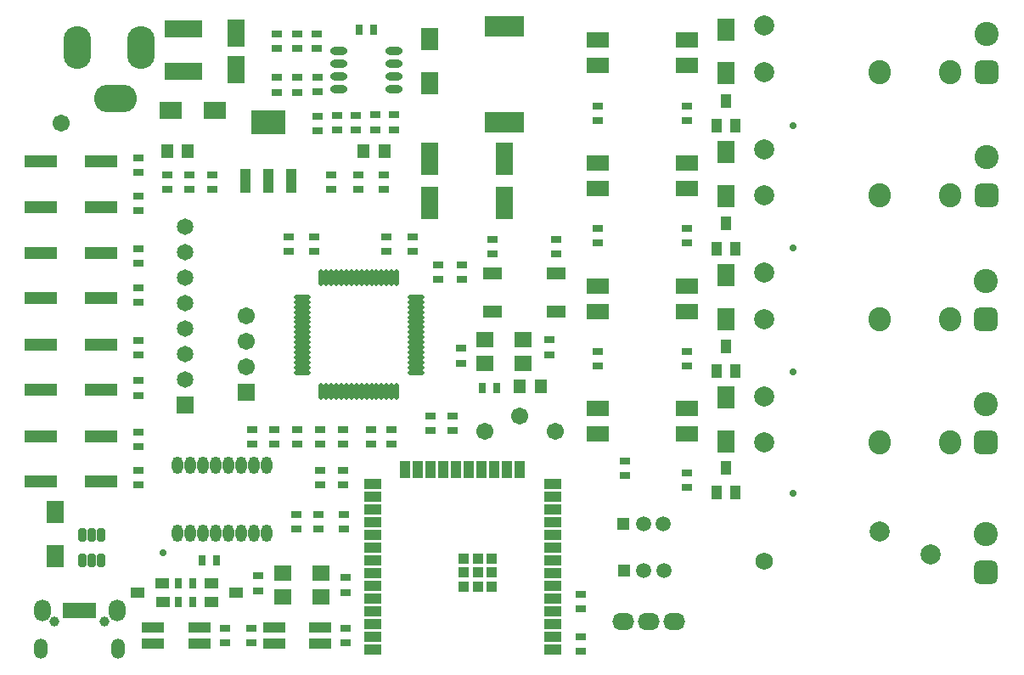
<source format=gbr>
%TF.GenerationSoftware,Altium Limited,Altium Designer,24.9.1 (31)*%
G04 Layer_Color=8388736*
%FSLAX45Y45*%
%MOMM*%
%TF.SameCoordinates,27D3D336-BC1F-43B1-B9D8-2BE266924E3D*%
%TF.FilePolarity,Negative*%
%TF.FileFunction,Soldermask,Top*%
%TF.Part,Single*%
G01*
G75*
%TA.AperFunction,SMDPad,CuDef*%
%ADD20R,2.20000X1.60000*%
%TA.AperFunction,ComponentPad*%
%ADD53R,1.30000X1.30000*%
%ADD57C,1.65100*%
%ADD58R,1.65100X1.65100*%
%TA.AperFunction,SMDPad,CuDef*%
%ADD76R,1.05320X1.40320*%
%ADD77R,1.10320X0.75320*%
%ADD78R,4.00320X2.10320*%
%ADD79O,1.70320X0.80320*%
%ADD80C,1.70320*%
G04:AMPARAMS|DCode=81|XSize=1.6932mm|YSize=0.4832mm|CornerRadius=0.1716mm|HoleSize=0mm|Usage=FLASHONLY|Rotation=180.000|XOffset=0mm|YOffset=0mm|HoleType=Round|Shape=RoundedRectangle|*
%AMROUNDEDRECTD81*
21,1,1.69320,0.14000,0,0,180.0*
21,1,1.35000,0.48320,0,0,180.0*
1,1,0.34320,-0.67500,0.07000*
1,1,0.34320,0.67500,0.07000*
1,1,0.34320,0.67500,-0.07000*
1,1,0.34320,-0.67500,-0.07000*
%
%ADD81ROUNDEDRECTD81*%
G04:AMPARAMS|DCode=82|XSize=1.6932mm|YSize=0.4832mm|CornerRadius=0.1716mm|HoleSize=0mm|Usage=FLASHONLY|Rotation=270.000|XOffset=0mm|YOffset=0mm|HoleType=Round|Shape=RoundedRectangle|*
%AMROUNDEDRECTD82*
21,1,1.69320,0.14000,0,0,270.0*
21,1,1.35000,0.48320,0,0,270.0*
1,1,0.34320,-0.07000,-0.67500*
1,1,0.34320,-0.07000,0.67500*
1,1,0.34320,0.07000,0.67500*
1,1,0.34320,0.07000,-0.67500*
%
%ADD82ROUNDEDRECTD82*%
%ADD83O,1.10320X1.75320*%
%TA.AperFunction,ConnectorPad*%
%ADD84R,1.70320X1.10320*%
%TA.AperFunction,SMDPad,CuDef*%
G04:AMPARAMS|DCode=85|XSize=1.4132mm|YSize=0.7932mm|CornerRadius=0.17535mm|HoleSize=0mm|Usage=FLASHONLY|Rotation=270.000|XOffset=0mm|YOffset=0mm|HoleType=Round|Shape=RoundedRectangle|*
%AMROUNDEDRECTD85*
21,1,1.41320,0.44250,0,0,270.0*
21,1,1.06250,0.79320,0,0,270.0*
1,1,0.35070,-0.22125,-0.53125*
1,1,0.35070,-0.22125,0.53125*
1,1,0.35070,0.22125,0.53125*
1,1,0.35070,0.22125,-0.53125*
%
%ADD85ROUNDEDRECTD85*%
%ADD86R,1.80320X1.60320*%
%ADD87R,1.10320X2.35320*%
%ADD88R,3.45320X2.35320*%
%ADD89R,3.20320X1.20320*%
%ADD90R,1.90320X1.20320*%
%ADD91R,0.75320X1.10320*%
%TA.AperFunction,BGAPad,CuDef*%
%ADD92R,1.10320X1.10320*%
%TA.AperFunction,ConnectorPad*%
%ADD93R,1.10320X1.70320*%
%TA.AperFunction,SMDPad,CuDef*%
%ADD94R,1.40320X1.05320*%
%ADD95R,2.20320X1.10320*%
%ADD96R,1.80320X3.20320*%
%ADD97R,0.65320X1.50320*%
%ADD98R,1.30320X1.40320*%
%ADD99R,1.75320X2.30320*%
%ADD100R,2.30320X1.75320*%
%ADD101R,3.75920X1.72720*%
%ADD102R,1.80320X2.80320*%
%TA.AperFunction,ComponentPad*%
%ADD103O,4.26720X2.74320*%
%ADD104O,2.74320X4.26720*%
%ADD105C,2.00320*%
%ADD106O,2.20320X2.40320*%
%ADD107O,1.65320X2.20320*%
%ADD108O,1.35320X2.00320*%
%ADD109C,1.00320*%
%ADD110C,1.50320*%
%ADD111C,1.70320*%
%ADD112R,1.70320X1.70320*%
%ADD113O,2.20320X1.70320*%
%ADD114C,2.40320*%
G04:AMPARAMS|DCode=115|XSize=2.4032mm|YSize=2.4032mm|CornerRadius=0.6516mm|HoleSize=0mm|Usage=FLASHONLY|Rotation=90.000|XOffset=0mm|YOffset=0mm|HoleType=Round|Shape=RoundedRectangle|*
%AMROUNDEDRECTD115*
21,1,2.40320,1.10000,0,0,90.0*
21,1,1.10000,2.40320,0,0,90.0*
1,1,1.30320,0.55000,0.55000*
1,1,1.30320,0.55000,-0.55000*
1,1,1.30320,-0.55000,-0.55000*
1,1,1.30320,-0.55000,0.55000*
%
%ADD115ROUNDEDRECTD115*%
%TA.AperFunction,ViaPad*%
%ADD116C,1.72720*%
%ADD117C,0.71120*%
D20*
X5798268Y5007315D02*
D03*
X6684727Y6231923D02*
D03*
Y5977923D02*
D03*
X5798267D02*
D03*
Y6231923D02*
D03*
Y2558101D02*
D03*
Y2304101D02*
D03*
X6684727D02*
D03*
Y2558101D02*
D03*
X5798268Y3782708D02*
D03*
Y3528708D02*
D03*
X6684728D02*
D03*
Y3782708D02*
D03*
Y5007315D02*
D03*
Y4753315D02*
D03*
X5798268D02*
D03*
D53*
X6054139Y946343D02*
D03*
X6050940Y1412240D02*
D03*
D57*
X1678940Y4373880D02*
D03*
Y4119880D02*
D03*
Y3865880D02*
D03*
Y3611880D02*
D03*
Y3357880D02*
D03*
Y3103880D02*
D03*
Y2849880D02*
D03*
D58*
Y2595880D02*
D03*
D76*
X6981439Y1719039D02*
D03*
X7170420Y1719580D02*
D03*
X7076440Y1969041D02*
D03*
Y3178081D02*
D03*
X7170420Y2928620D02*
D03*
X6981439Y2928079D02*
D03*
X7076440Y5626641D02*
D03*
X7170420Y5377180D02*
D03*
X6981439Y5376639D02*
D03*
X7170420Y4155440D02*
D03*
X6981439Y4154899D02*
D03*
X7076440Y4404901D02*
D03*
D77*
X3946441Y4272195D02*
D03*
Y4127195D02*
D03*
X6062980Y2038460D02*
D03*
Y1893460D02*
D03*
X3002280Y5330080D02*
D03*
Y5475080D02*
D03*
X5798267Y5574410D02*
D03*
Y5429410D02*
D03*
X6684727Y5428870D02*
D03*
Y5573870D02*
D03*
X1498600Y4890100D02*
D03*
Y4745100D02*
D03*
X2796168Y5858080D02*
D03*
Y5713080D02*
D03*
X3759920Y5485240D02*
D03*
Y5340240D02*
D03*
X3573780D02*
D03*
Y5485240D02*
D03*
X3027433Y2347902D02*
D03*
Y2202902D02*
D03*
X3256589Y2346896D02*
D03*
Y2201896D02*
D03*
X5378719Y4101880D02*
D03*
Y4246880D02*
D03*
X1210276Y1795708D02*
D03*
Y1940708D02*
D03*
X3278024Y219600D02*
D03*
Y364600D02*
D03*
X5798267Y3125850D02*
D03*
Y2980850D02*
D03*
X6684727Y2980310D02*
D03*
Y3125310D02*
D03*
X3665220Y4745100D02*
D03*
Y4890100D02*
D03*
X1210276Y4533346D02*
D03*
Y4678346D02*
D03*
X3256590Y1795707D02*
D03*
Y1940707D02*
D03*
X3027949Y1795707D02*
D03*
Y1940707D02*
D03*
X3383280Y5332620D02*
D03*
Y5477620D02*
D03*
X1726207Y4890100D02*
D03*
Y4745100D02*
D03*
X3689376Y4127195D02*
D03*
Y4272195D02*
D03*
X1210276Y3765800D02*
D03*
Y3620800D02*
D03*
X1210276Y2834940D02*
D03*
Y2689940D02*
D03*
X2337927Y225220D02*
D03*
Y370220D02*
D03*
X2797890Y2201896D02*
D03*
Y2346896D02*
D03*
X2997588Y5713620D02*
D03*
Y5858620D02*
D03*
X6684727Y1771540D02*
D03*
Y1916540D02*
D03*
Y4207130D02*
D03*
Y4352130D02*
D03*
X5798267Y4352670D02*
D03*
Y4207670D02*
D03*
X4347947Y2484596D02*
D03*
Y2339596D02*
D03*
X1210276Y2323707D02*
D03*
Y2178707D02*
D03*
Y3091253D02*
D03*
Y3236253D02*
D03*
X1210276Y4916345D02*
D03*
Y5061345D02*
D03*
Y4003800D02*
D03*
Y4148800D02*
D03*
X4125075Y2339596D02*
D03*
Y2484596D02*
D03*
X3736340Y2203340D02*
D03*
Y2348340D02*
D03*
X3533140D02*
D03*
Y2203340D02*
D03*
X4201107Y3987949D02*
D03*
Y3842949D02*
D03*
X4748719Y4247431D02*
D03*
Y4102431D02*
D03*
X4438545Y3987949D02*
D03*
Y3842949D02*
D03*
X4432535Y3156740D02*
D03*
Y3011740D02*
D03*
X3136900Y4890100D02*
D03*
Y4745100D02*
D03*
X3406140Y4890640D02*
D03*
Y4745640D02*
D03*
X2969236Y4127195D02*
D03*
Y4272195D02*
D03*
X2712170D02*
D03*
Y4127195D02*
D03*
X1949727Y4890100D02*
D03*
Y4745100D02*
D03*
X2405383Y888347D02*
D03*
Y743348D02*
D03*
X3278024Y725838D02*
D03*
Y870837D02*
D03*
X2075180Y369680D02*
D03*
Y224680D02*
D03*
X5622472Y281034D02*
D03*
Y136034D02*
D03*
Y562500D02*
D03*
Y707500D02*
D03*
X2352040Y2347436D02*
D03*
Y2202436D02*
D03*
X2570480Y2347436D02*
D03*
Y2202436D02*
D03*
X3008729Y1356940D02*
D03*
Y1501940D02*
D03*
X2787729Y1356940D02*
D03*
Y1501940D02*
D03*
X3260380Y1502480D02*
D03*
Y1357480D02*
D03*
X5308481Y3241740D02*
D03*
Y3096740D02*
D03*
X2596168Y5713080D02*
D03*
Y5858080D02*
D03*
X2996168Y6147440D02*
D03*
Y6292440D02*
D03*
X2796168Y6147440D02*
D03*
Y6292440D02*
D03*
X2596168Y6147440D02*
D03*
Y6292440D02*
D03*
X3197860Y5477620D02*
D03*
Y5332620D02*
D03*
D78*
X4864100Y5410320D02*
D03*
Y6370320D02*
D03*
D79*
X3759920Y5995200D02*
D03*
Y5868200D02*
D03*
Y5741200D02*
D03*
X3209920Y6122200D02*
D03*
Y5995200D02*
D03*
Y5868200D02*
D03*
Y5741200D02*
D03*
X3759920Y6122200D02*
D03*
D80*
X441960Y5407660D02*
D03*
X5372279Y2333166D02*
D03*
X4666111D02*
D03*
X5016500Y2486660D02*
D03*
D81*
X2846760Y3219380D02*
D03*
Y3269380D02*
D03*
Y3319380D02*
D03*
Y3369380D02*
D03*
Y3419380D02*
D03*
Y3469380D02*
D03*
Y3519380D02*
D03*
Y3569380D02*
D03*
Y3619380D02*
D03*
Y3669380D02*
D03*
X3980760D02*
D03*
Y3619380D02*
D03*
Y3569380D02*
D03*
Y3519380D02*
D03*
Y3469380D02*
D03*
Y3419380D02*
D03*
Y3369380D02*
D03*
Y3319380D02*
D03*
Y3269380D02*
D03*
Y3219380D02*
D03*
Y3169380D02*
D03*
Y3119380D02*
D03*
Y3069380D02*
D03*
Y3019380D02*
D03*
Y2969380D02*
D03*
Y2919380D02*
D03*
X2846760D02*
D03*
Y2969380D02*
D03*
Y3019380D02*
D03*
Y3069380D02*
D03*
Y3119380D02*
D03*
Y3169380D02*
D03*
D82*
X3038760Y3861380D02*
D03*
X3088760D02*
D03*
X3138760D02*
D03*
X3188760D02*
D03*
X3238760D02*
D03*
X3288760D02*
D03*
X3338760D02*
D03*
X3388760D02*
D03*
X3438760D02*
D03*
X3488760D02*
D03*
X3538760D02*
D03*
X3588760D02*
D03*
X3638760D02*
D03*
X3688760D02*
D03*
X3738760D02*
D03*
X3788760D02*
D03*
Y2727380D02*
D03*
X3738760D02*
D03*
X3688760D02*
D03*
X3638760D02*
D03*
X3588760D02*
D03*
X3538760D02*
D03*
X3488760D02*
D03*
X3438760D02*
D03*
X3388760D02*
D03*
X3338760D02*
D03*
X3288760D02*
D03*
X3238760D02*
D03*
X3188760D02*
D03*
X3138760D02*
D03*
X3088760D02*
D03*
X3038760D02*
D03*
D83*
X1606219Y1311252D02*
D03*
X1733219D02*
D03*
X1860219D02*
D03*
X1987219D02*
D03*
X2114219D02*
D03*
X2241219D02*
D03*
X2368219D02*
D03*
X2495219D02*
D03*
X1606219Y1996252D02*
D03*
X1733219D02*
D03*
X1860219D02*
D03*
X1987219D02*
D03*
X2114219D02*
D03*
X2241219D02*
D03*
X2368219D02*
D03*
X2495219D02*
D03*
D84*
X3547400Y914560D02*
D03*
Y787560D02*
D03*
Y660560D02*
D03*
Y533560D02*
D03*
Y406560D02*
D03*
Y279560D02*
D03*
Y152560D02*
D03*
X5347400Y1803560D02*
D03*
Y1676560D02*
D03*
Y1549560D02*
D03*
Y1422560D02*
D03*
Y1295560D02*
D03*
Y1168560D02*
D03*
Y1041560D02*
D03*
Y914560D02*
D03*
Y787560D02*
D03*
Y660560D02*
D03*
Y533560D02*
D03*
Y406560D02*
D03*
Y279560D02*
D03*
Y152560D02*
D03*
X3547400Y1803560D02*
D03*
Y1676560D02*
D03*
Y1549560D02*
D03*
Y1422560D02*
D03*
Y1295560D02*
D03*
Y1168560D02*
D03*
Y1041560D02*
D03*
D85*
X841760Y1296729D02*
D03*
X746760D02*
D03*
X651760D02*
D03*
Y1045729D02*
D03*
X746760D02*
D03*
X841760D02*
D03*
D86*
X4666480Y3011740D02*
D03*
X5046480D02*
D03*
Y3241740D02*
D03*
X4666480D02*
D03*
X3032262Y683067D02*
D03*
X2652262D02*
D03*
Y913068D02*
D03*
X3032262D02*
D03*
D87*
X2280520Y4825100D02*
D03*
X2509520D02*
D03*
X2738520D02*
D03*
D88*
X2509520Y5411100D02*
D03*
D89*
X238200Y4569325D02*
D03*
Y5019325D02*
D03*
X838200Y4569325D02*
D03*
Y5019325D02*
D03*
X837739Y2281687D02*
D03*
Y1831687D02*
D03*
X237739Y2281687D02*
D03*
Y1831687D02*
D03*
X838200Y4106779D02*
D03*
Y3656779D02*
D03*
X238200Y4106779D02*
D03*
Y3656779D02*
D03*
Y2744233D02*
D03*
Y3194233D02*
D03*
X838200Y2744233D02*
D03*
Y3194233D02*
D03*
D90*
X4748719Y3908060D02*
D03*
X5378719D02*
D03*
Y3528060D02*
D03*
X4748719D02*
D03*
D91*
X4787900Y2763520D02*
D03*
X4642900D02*
D03*
X1614063Y814337D02*
D03*
X1759063D02*
D03*
X1757647Y625356D02*
D03*
X1612647D02*
D03*
X1995081Y1044660D02*
D03*
X1850081D02*
D03*
X3557690Y6331700D02*
D03*
X3412690D02*
D03*
D92*
X4457400Y784560D02*
D03*
X4597400Y1064560D02*
D03*
X4457400D02*
D03*
Y924560D02*
D03*
X4597400D02*
D03*
X4737400D02*
D03*
Y1064560D02*
D03*
X4597400Y784560D02*
D03*
X4737400D02*
D03*
D93*
X4130400Y1953560D02*
D03*
X5019400D02*
D03*
X4892400D02*
D03*
X4765400D02*
D03*
X4638400D02*
D03*
X4003400D02*
D03*
X4511400D02*
D03*
X4384400D02*
D03*
X4257400D02*
D03*
X3876400D02*
D03*
D94*
X2191418Y719336D02*
D03*
X1941957Y625356D02*
D03*
X1941416Y814337D02*
D03*
X1205959Y723900D02*
D03*
X1455420Y817880D02*
D03*
X1455961Y628899D02*
D03*
D95*
X1822580Y372100D02*
D03*
X1362580D02*
D03*
X1822580Y212100D02*
D03*
X1362580D02*
D03*
X2566540D02*
D03*
X3026540D02*
D03*
X2566540Y372100D02*
D03*
X3026540D02*
D03*
D96*
X4114820Y5045077D02*
D03*
Y4605076D02*
D03*
X4864100Y5045077D02*
D03*
Y4605076D02*
D03*
D97*
X496352Y541760D02*
D03*
X756352D02*
D03*
X561352D02*
D03*
X626352D02*
D03*
X691352D02*
D03*
D98*
X5227320Y2776220D02*
D03*
X5017320D02*
D03*
X1708600Y5128260D02*
D03*
X1498600D02*
D03*
X3458620D02*
D03*
X3668620D02*
D03*
D99*
X4114820Y6239200D02*
D03*
Y5799200D02*
D03*
X7076440Y3450628D02*
D03*
Y3890628D02*
D03*
Y5115235D02*
D03*
Y4675235D02*
D03*
Y6339843D02*
D03*
Y5899843D02*
D03*
X382332Y1530230D02*
D03*
Y1090229D02*
D03*
X7076440Y2666021D02*
D03*
Y2226020D02*
D03*
D100*
X1540220Y5529580D02*
D03*
X1980220D02*
D03*
D101*
X1660840Y6341720D02*
D03*
Y5921580D02*
D03*
D102*
X2184920Y6299940D02*
D03*
Y5939940D02*
D03*
D103*
X988060Y5654040D02*
D03*
D104*
X607060Y6162040D02*
D03*
X1242060D02*
D03*
D105*
X7457440Y4683615D02*
D03*
Y5143615D02*
D03*
X8607440Y1328996D02*
D03*
X9115440Y1100396D02*
D03*
X7457440Y2679721D02*
D03*
Y2219721D02*
D03*
Y3912801D02*
D03*
Y3452801D02*
D03*
Y6374429D02*
D03*
Y5914429D02*
D03*
D106*
X8607440Y4683615D02*
D03*
X9307440D02*
D03*
Y2219721D02*
D03*
X8607440D02*
D03*
X9307440Y3452801D02*
D03*
X8607440D02*
D03*
X9307440Y5914429D02*
D03*
X8607440D02*
D03*
D107*
X253852Y541760D02*
D03*
X998852D02*
D03*
D108*
X238852Y161760D02*
D03*
X1013852D02*
D03*
D109*
X376352Y436761D02*
D03*
X876352D02*
D03*
D110*
X6254139Y946343D02*
D03*
X6454139D02*
D03*
X6250940Y1412240D02*
D03*
X6450940D02*
D03*
D111*
X2288540Y3482340D02*
D03*
Y3228340D02*
D03*
Y2974340D02*
D03*
D112*
Y2720340D02*
D03*
D113*
X6556980Y437459D02*
D03*
X6302980D02*
D03*
X6048980D02*
D03*
D114*
X9667602Y1308995D02*
D03*
Y2602988D02*
D03*
X9670641Y6295429D02*
D03*
Y5064615D02*
D03*
X9667602Y3833801D02*
D03*
D115*
Y927995D02*
D03*
Y2221988D02*
D03*
X9670641Y5914429D02*
D03*
Y4683615D02*
D03*
X9667602Y3452801D02*
D03*
D116*
X7452360Y1038860D02*
D03*
D117*
X7739380Y5377180D02*
D03*
X7741920Y4157980D02*
D03*
Y1709420D02*
D03*
Y2923540D02*
D03*
X1463040Y1122680D02*
D03*
%TF.MD5,1b03d760cd65e5e0dc6e226e2dfa6a50*%
M02*

</source>
